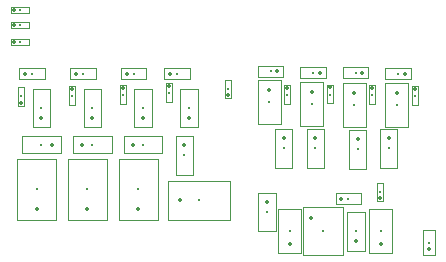
<source format=gbr>
%TF.GenerationSoftware,KiCad,Pcbnew,8.0.7*%
%TF.CreationDate,2025-01-05T20:36:38-05:00*%
%TF.ProjectId,tac5212_audio_board_single_ended,74616335-3231-4325-9f61-7564696f5f62,rev?*%
%TF.SameCoordinates,Original*%
%TF.FileFunction,Component,L4,Bot*%
%TF.FilePolarity,Positive*%
%FSLAX46Y46*%
G04 Gerber Fmt 4.6, Leading zero omitted, Abs format (unit mm)*
G04 Created by KiCad (PCBNEW 8.0.7) date 2025-01-05 20:36:38*
%MOMM*%
%LPD*%
G01*
G04 APERTURE LIST*
%TA.AperFunction,ComponentMain*%
%ADD10C,0.300000*%
%TD*%
%TA.AperFunction,ComponentOutline,Courtyard*%
%ADD11C,0.100000*%
%TD*%
%TA.AperFunction,ComponentPin*%
%ADD12P,0.360000X4X0.000000*%
%TD*%
%TA.AperFunction,ComponentPin*%
%ADD13C,0.100000*%
%TD*%
%TA.AperFunction,ComponentOutline,Footprint*%
%ADD14C,0.100000*%
%TD*%
G04 APERTURE END LIST*
D10*
%TO.C,T\u005Cu002AC108*%
%TO.CFtp,C_0805_2012Metric_Pad1.18x1.45mm_HandSolder*%
%TO.CVal,10uF*%
%TO.CLbN,project_fp*%
%TO.CMnt,SMD*%
%TO.CRot,-90*%
X122134314Y-118437500D03*
D11*
X123109314Y-116562500D02*
X123109314Y-120312500D01*
X121159314Y-120312500D01*
X121159314Y-116562500D01*
X123109314Y-116562500D01*
D12*
%TO.P,T\u005Cu002AC108,1*%
X122134314Y-119475000D03*
D13*
%TO.P,T\u005Cu002AC108,2*%
X122134314Y-117400000D03*
%TD*%
D10*
%TO.C,C127*%
%TO.CFtp,C_0603_1608Metric_Pad1.08x0.95mm_HandSolder*%
%TO.CVal,10UF*%
%TO.CLbN,Capacitor_SMD*%
%TO.CMnt,SMD*%
%TO.CRot,90*%
X113900000Y-111400000D03*
D11*
X114625000Y-109755000D02*
X114625000Y-113045000D01*
X113175000Y-113045000D01*
X113175000Y-109755000D01*
X114625000Y-109755000D01*
D12*
%TO.P,C127,1*%
X113900000Y-110537500D03*
D13*
%TO.P,C127,2*%
X113900000Y-112262500D03*
%TD*%
D10*
%TO.C,OP2*%
%TO.CFtp,jumper_slice_via*%
%TO.CVal,Jump Filter*%
%TO.CLbN,project_fp*%
%TO.CMnt,TH*%
%TO.CRot,90*%
X100300000Y-106925000D03*
D14*
X100050000Y-106075000D02*
X100550000Y-106075000D01*
X100550000Y-107675000D01*
X100050000Y-107675000D01*
X100050000Y-106075000D01*
D12*
%TO.P,OP2,1,1*%
X100300000Y-106325000D03*
D13*
%TO.P,OP2,2,2*%
X100300000Y-107200000D03*
X100300000Y-107425000D03*
%TD*%
D10*
%TO.C,D111*%
%TO.CFtp,D_0402_1005Metric_Pad0.77x0.64mm_HandSolder*%
%TO.CVal,TPD1E1B04 - 0402 size*%
%TO.CLbN,project_fp*%
%TO.CMnt,SMD*%
%TO.CRot,180*%
X104900000Y-105100000D03*
D11*
X105995000Y-104635000D02*
X105995000Y-105565000D01*
X103805000Y-105565000D01*
X103805000Y-104635000D01*
X105995000Y-104635000D01*
D12*
%TO.P,D111,1,K*%
X104327500Y-105100000D03*
D13*
%TO.P,D111,2,K*%
X105472500Y-105100000D03*
%TD*%
D10*
%TO.C,R108*%
%TO.CFtp,R_0603_1608Metric_Pad1.05x0.95mm_HandSolder*%
%TO.CVal,100*%
%TO.CLbN,project_fp*%
%TO.CMnt,SMD*%
%TO.CRot,180*%
X97700000Y-111100000D03*
D11*
X99345000Y-110375000D02*
X99345000Y-111825000D01*
X96055000Y-111825000D01*
X96055000Y-110375000D01*
X99345000Y-110375000D01*
D12*
%TO.P,R108,1*%
X96825000Y-111100000D03*
D13*
%TO.P,R108,2*%
X98575000Y-111100000D03*
%TD*%
D10*
%TO.C,INP2*%
%TO.CFtp,jumper_slice_via*%
%TO.CVal,Jump Filter*%
%TO.CLbN,project_fp*%
%TO.CMnt,TH*%
%TO.CRot,90*%
X121400000Y-106935000D03*
D14*
X121150000Y-106085000D02*
X121650000Y-106085000D01*
X121650000Y-107685000D01*
X121150000Y-107685000D01*
X121150000Y-106085000D01*
D12*
%TO.P,INP2,1,1*%
X121400000Y-106335000D03*
D13*
%TO.P,INP2,2,2*%
X121400000Y-107210000D03*
X121400000Y-107435000D03*
%TD*%
D10*
%TO.C,T\u005Cu002AC109*%
%TO.CFtp,C_0603_1608Metric_Pad1.08x0.95mm_HandSolder*%
%TO.CVal,1uF*%
%TO.CLbN,Capacitor_SMD*%
%TO.CMnt,SMD*%
%TO.CRot,-90*%
X120034314Y-118437500D03*
D11*
X120759314Y-116792500D02*
X120759314Y-120082500D01*
X119309314Y-120082500D01*
X119309314Y-116792500D01*
X120759314Y-116792500D01*
D12*
%TO.P,T\u005Cu002AC109,1*%
X120034314Y-119300000D03*
D13*
%TO.P,T\u005Cu002AC109,2*%
X120034314Y-117575000D03*
%TD*%
D10*
%TO.C,C124*%
%TO.CFtp,C_0603_1608Metric_Pad1.08x0.95mm_HandSolder*%
%TO.CVal,10UF*%
%TO.CLbN,Capacitor_SMD*%
%TO.CMnt,SMD*%
%TO.CRot,90*%
X122800000Y-111400000D03*
D11*
X123525000Y-109755000D02*
X123525000Y-113045000D01*
X122075000Y-113045000D01*
X122075000Y-109755000D01*
X123525000Y-109755000D01*
D12*
%TO.P,C124,1*%
X122800000Y-110537500D03*
D13*
%TO.P,C124,2*%
X122800000Y-112262500D03*
%TD*%
D10*
%TO.C,GND108*%
%TO.CFtp,jumper_slice*%
%TO.CVal,BRIDGE*%
%TO.CLbN,project_fp*%
%TO.CMnt,SMD*%
%TO.CRot,-90*%
X109200000Y-106400000D03*
D14*
X109454000Y-107154000D02*
X108946000Y-107154000D01*
X108946000Y-105646000D01*
X109454000Y-105646000D01*
X109454000Y-107154000D01*
D12*
%TO.P,GND108,1,A*%
X109200000Y-106904000D03*
D13*
%TO.P,GND108,2,B*%
X109200000Y-105900000D03*
%TD*%
D10*
%TO.C,C125*%
%TO.CFtp,C_0603_1608Metric_Pad1.08x0.95mm_HandSolder*%
%TO.CVal,10UF*%
%TO.CLbN,Capacitor_SMD*%
%TO.CMnt,SMD*%
%TO.CRot,90*%
X120200000Y-111500000D03*
D11*
X120925000Y-109855000D02*
X120925000Y-113145000D01*
X119475000Y-113145000D01*
X119475000Y-109855000D01*
X120925000Y-109855000D01*
D12*
%TO.P,C125,1*%
X120200000Y-110637500D03*
D13*
%TO.P,C125,2*%
X120200000Y-112362500D03*
%TD*%
D10*
%TO.C,INM2*%
%TO.CFtp,jumper_slice_via*%
%TO.CVal,Jump Filter*%
%TO.CLbN,project_fp*%
%TO.CMnt,TH*%
%TO.CRot,90*%
X125000000Y-106982500D03*
D14*
X124750000Y-106132500D02*
X125250000Y-106132500D01*
X125250000Y-107732500D01*
X124750000Y-107732500D01*
X124750000Y-106132500D01*
D12*
%TO.P,INM2,1,1*%
X125000000Y-106382500D03*
D13*
%TO.P,INM2,2,2*%
X125000000Y-107257500D03*
X125000000Y-107482500D03*
%TD*%
D10*
%TO.C,C114*%
%TO.CFtp,CP_EIA-3528-21_Kemet-B_Pad1.50x2.35mm_HandSolder*%
%TO.CVal,47uF*%
%TO.CLbN,Capacitor_Tantalum_SMD*%
%TO.CMnt,SMD*%
%TO.CRot,-90*%
X93000000Y-114900000D03*
D11*
X94645000Y-112285000D02*
X94645000Y-117515000D01*
X91355000Y-117515000D01*
X91355000Y-112285000D01*
X94645000Y-112285000D01*
D12*
%TO.P,C114,1*%
X93000000Y-116525000D03*
D13*
%TO.P,C114,2*%
X93000000Y-113275000D03*
%TD*%
D10*
%TO.C,T\u005Cu002AC110*%
%TO.CFtp,C_0805_2012Metric_Pad1.18x1.45mm_HandSolder*%
%TO.CVal,10uF*%
%TO.CLbN,project_fp*%
%TO.CMnt,SMD*%
%TO.CRot,-90*%
X114434314Y-118437500D03*
D11*
X115409314Y-116562500D02*
X115409314Y-120312500D01*
X113459314Y-120312500D01*
X113459314Y-116562500D01*
X115409314Y-116562500D01*
D12*
%TO.P,T\u005Cu002AC110,1*%
X114434314Y-119475000D03*
D13*
%TO.P,T\u005Cu002AC110,2*%
X114434314Y-117400000D03*
%TD*%
D10*
%TO.C,OM2*%
%TO.CFtp,jumper_slice_via*%
%TO.CVal,Jump Filter*%
%TO.CLbN,project_fp*%
%TO.CMnt,TH*%
%TO.CRot,90*%
X104200000Y-106700000D03*
D14*
X103950000Y-105850000D02*
X104450000Y-105850000D01*
X104450000Y-107450000D01*
X103950000Y-107450000D01*
X103950000Y-105850000D01*
D12*
%TO.P,OM2,1,1*%
X104200000Y-106100000D03*
D13*
%TO.P,OM2,2,2*%
X104200000Y-106975000D03*
X104200000Y-107200000D03*
%TD*%
D10*
%TO.C,3V108*%
%TO.CFtp,jumper_slice_1mm*%
%TO.CVal,jumper*%
%TO.CLbN,project_fp*%
%TO.CMnt,SMD*%
%TO.CRot,-90*%
X126200000Y-119400000D03*
D14*
X126700000Y-120454000D02*
X125700000Y-120454000D01*
X125700000Y-118350000D01*
X126700000Y-118350000D01*
X126700000Y-120454000D01*
D12*
%TO.P,3V108,1,A*%
X126200000Y-119904000D03*
D13*
%TO.P,3V108,2,B*%
X126200000Y-118900000D03*
%TD*%
D10*
%TO.C,SDA108*%
%TO.CFtp,jumper_slice*%
%TO.CVal,jumper*%
%TO.CLbN,project_fp*%
%TO.CMnt,SMD*%
%TO.CRot,180*%
X91600000Y-102400000D03*
D14*
X90846000Y-102654000D02*
X90846000Y-102146000D01*
X92354000Y-102146000D01*
X92354000Y-102654000D01*
X90846000Y-102654000D01*
D12*
%TO.P,SDA108,1,A*%
X91096000Y-102400000D03*
D13*
%TO.P,SDA108,2,B*%
X92100000Y-102400000D03*
%TD*%
D10*
%TO.C,MCLK108*%
%TO.CFtp,jumper_slice_disconnected*%
%TO.CVal,jumper*%
%TO.CLbN,project_fp*%
%TO.CMnt,SMD*%
%TO.CRot,180*%
X91600000Y-99700000D03*
D14*
X90846000Y-99954000D02*
X90846000Y-99446000D01*
X92354000Y-99446000D01*
X92354000Y-99954000D01*
X90846000Y-99954000D01*
D12*
%TO.P,MCLK108,1,1*%
X91100000Y-99700000D03*
D13*
%TO.P,MCLK108,2,2*%
X92100000Y-99700000D03*
%TD*%
D10*
%TO.C,C122*%
%TO.CFtp,CP_EIA-3528-21_Kemet-B_Pad1.50x2.35mm_HandSolder*%
%TO.CVal,47uF*%
%TO.CLbN,Capacitor_Tantalum_SMD*%
%TO.CMnt,SMD*%
%TO.CRot,180*%
X106725001Y-115800000D03*
D11*
X109340001Y-114155000D02*
X109340001Y-117445000D01*
X104110001Y-117445000D01*
X104110001Y-114155000D01*
X109340001Y-114155000D01*
D12*
%TO.P,C122,1*%
X105100001Y-115800000D03*
D13*
%TO.P,C122,2*%
X108350001Y-115800000D03*
%TD*%
D10*
%TO.C,SCL108*%
%TO.CFtp,jumper_slice*%
%TO.CVal,jumper*%
%TO.CLbN,project_fp*%
%TO.CMnt,SMD*%
%TO.CRot,180*%
X91600000Y-101000000D03*
D14*
X90846000Y-101254000D02*
X90846000Y-100746000D01*
X92354000Y-100746000D01*
X92354000Y-101254000D01*
X90846000Y-101254000D01*
D12*
%TO.P,SCL108,1,A*%
X91096000Y-101000000D03*
D13*
%TO.P,SCL108,2,B*%
X92100000Y-101000000D03*
%TD*%
D10*
%TO.C,R109*%
%TO.CFtp,R_0603_1608Metric_Pad1.05x0.95mm_HandSolder*%
%TO.CVal,100*%
%TO.CLbN,project_fp*%
%TO.CMnt,SMD*%
%TO.CRot,0*%
X93400000Y-111100000D03*
D11*
X95045000Y-110375000D02*
X95045000Y-111825000D01*
X91755000Y-111825000D01*
X91755000Y-110375000D01*
X95045000Y-110375000D01*
D12*
%TO.P,R109,1*%
X94275000Y-111100000D03*
D13*
%TO.P,R109,2*%
X92525000Y-111100000D03*
%TD*%
D10*
%TO.C,D113*%
%TO.CFtp,D_0402_1005Metric_Pad0.77x0.64mm_HandSolder*%
%TO.CVal,TPD1E1B04 - 0402 size*%
%TO.CLbN,project_fp*%
%TO.CMnt,SMD*%
%TO.CRot,0*%
X120000000Y-105035000D03*
D11*
X121095000Y-104570000D02*
X121095000Y-105500000D01*
X118905000Y-105500000D01*
X118905000Y-104570000D01*
X121095000Y-104570000D01*
D12*
%TO.P,D113,1,K*%
X120572500Y-105035000D03*
D13*
%TO.P,D113,2,K*%
X119427500Y-105035000D03*
%TD*%
D10*
%TO.C,FB110*%
%TO.CFtp,C_0805_2012Metric_Pad1.18x1.45mm_HandSolder*%
%TO.CVal,BLM21A601S - BLM21AG601SH1*%
%TO.CLbN,project_fp*%
%TO.CMnt,SMD*%
%TO.CRot,90*%
X116300000Y-107662500D03*
D11*
X117275000Y-105787500D02*
X117275000Y-109537500D01*
X115325000Y-109537500D01*
X115325000Y-105787500D01*
X117275000Y-105787500D01*
D12*
%TO.P,FB110,1*%
X116300000Y-106625000D03*
D13*
%TO.P,FB110,2*%
X116300000Y-108700000D03*
%TD*%
D10*
%TO.C,FB111*%
%TO.CFtp,C_0805_2012Metric_Pad1.18x1.45mm_HandSolder*%
%TO.CVal,BLM21A601S - BLM21AG601SH1*%
%TO.CLbN,project_fp*%
%TO.CMnt,SMD*%
%TO.CRot,90*%
X112700000Y-107500000D03*
D11*
X113675000Y-105625000D02*
X113675000Y-109375000D01*
X111725000Y-109375000D01*
X111725000Y-105625000D01*
X113675000Y-105625000D01*
D12*
%TO.P,FB111,1*%
X112700000Y-106462500D03*
D13*
%TO.P,FB111,2*%
X112700000Y-108537500D03*
%TD*%
D10*
%TO.C,R111*%
%TO.CFtp,R_0603_1608Metric_Pad1.05x0.95mm_HandSolder*%
%TO.CVal,100*%
%TO.CLbN,project_fp*%
%TO.CMnt,SMD*%
%TO.CRot,180*%
X102000000Y-111100000D03*
D11*
X103645000Y-110375000D02*
X103645000Y-111825000D01*
X100355000Y-111825000D01*
X100355000Y-110375000D01*
X103645000Y-110375000D01*
D12*
%TO.P,R111,1*%
X101125000Y-111100000D03*
D13*
%TO.P,R111,2*%
X102875000Y-111100000D03*
%TD*%
D10*
%TO.C,D112*%
%TO.CFtp,D_0402_1005Metric_Pad0.77x0.64mm_HandSolder*%
%TO.CVal,TPD1E1B04 - 0402 size*%
%TO.CLbN,project_fp*%
%TO.CMnt,SMD*%
%TO.CRot,0*%
X123600000Y-105082500D03*
D11*
X124695000Y-104617500D02*
X124695000Y-105547500D01*
X122505000Y-105547500D01*
X122505000Y-104617500D01*
X124695000Y-104617500D01*
D12*
%TO.P,D112,1,K*%
X124172500Y-105082500D03*
D13*
%TO.P,D112,2,K*%
X123027500Y-105082500D03*
%TD*%
D10*
%TO.C,C123*%
%TO.CFtp,C_0603_1608Metric_Pad1.08x0.95mm_HandSolder*%
%TO.CVal,0.047uF*%
%TO.CLbN,Capacitor_SMD*%
%TO.CMnt,SMD*%
%TO.CRot,-90*%
X105900000Y-108000000D03*
D11*
X106625000Y-106355000D02*
X106625000Y-109645000D01*
X105175000Y-109645000D01*
X105175000Y-106355000D01*
X106625000Y-106355000D01*
D12*
%TO.P,C123,1*%
X105900000Y-108862500D03*
D13*
%TO.P,C123,2*%
X105900000Y-107137500D03*
%TD*%
D10*
%TO.C,U109*%
%TO.CFtp,SOT-23-5*%
%TO.CVal,3.3v LDO - TLV74133PDBVR*%
%TO.CLbN,project_fp*%
%TO.CMnt,SMD*%
%TO.CRot,90*%
X117211814Y-118415000D03*
D11*
X118906814Y-116370000D02*
X118906814Y-120460000D01*
X115516814Y-120460000D01*
X115516814Y-116370000D01*
X118906814Y-116370000D01*
D12*
%TO.P,U109,1,IN*%
X116261814Y-117277500D03*
D13*
%TO.P,U109,2,GND*%
X117211814Y-117277500D03*
%TO.P,U109,3,EN*%
X118161814Y-117277500D03*
%TO.P,U109,4,NC*%
X118161814Y-119552500D03*
%TO.P,U109,5,OUT*%
X116261814Y-119552500D03*
%TD*%
D10*
%TO.C,D108*%
%TO.CFtp,D_0402_1005Metric_Pad0.77x0.64mm_HandSolder*%
%TO.CVal,TPD1E1B04 - 0402 size*%
%TO.CLbN,project_fp*%
%TO.CMnt,SMD*%
%TO.CRot,180*%
X96900000Y-105100000D03*
D11*
X97995000Y-104635000D02*
X97995000Y-105565000D01*
X95805000Y-105565000D01*
X95805000Y-104635000D01*
X97995000Y-104635000D01*
D12*
%TO.P,D108,1,K*%
X96327500Y-105100000D03*
D13*
%TO.P,D108,2,K*%
X97472500Y-105100000D03*
%TD*%
D10*
%TO.C,C113*%
%TO.CFtp,C_0603_1608Metric_Pad1.08x0.95mm_HandSolder*%
%TO.CVal,0.047uF*%
%TO.CLbN,Capacitor_SMD*%
%TO.CMnt,SMD*%
%TO.CRot,-90*%
X97700000Y-108000000D03*
D11*
X98425000Y-106355000D02*
X98425000Y-109645000D01*
X96975000Y-109645000D01*
X96975000Y-106355000D01*
X98425000Y-106355000D01*
D12*
%TO.P,C113,1*%
X97700000Y-108862500D03*
D13*
%TO.P,C113,2*%
X97700000Y-107137500D03*
%TD*%
D10*
%TO.C,C126*%
%TO.CFtp,C_0603_1608Metric_Pad1.08x0.95mm_HandSolder*%
%TO.CVal,10UF*%
%TO.CLbN,Capacitor_SMD*%
%TO.CMnt,SMD*%
%TO.CRot,90*%
X116600000Y-111400000D03*
D11*
X117325000Y-109755000D02*
X117325000Y-113045000D01*
X115875000Y-113045000D01*
X115875000Y-109755000D01*
X117325000Y-109755000D01*
D12*
%TO.P,C126,1*%
X116600000Y-110537500D03*
D13*
%TO.P,C126,2*%
X116600000Y-112262500D03*
%TD*%
D10*
%TO.C,D110*%
%TO.CFtp,D_0402_1005Metric_Pad0.77x0.64mm_HandSolder*%
%TO.CVal,TPD1E1B04 - 0402 size*%
%TO.CLbN,project_fp*%
%TO.CMnt,SMD*%
%TO.CRot,180*%
X101200000Y-105100000D03*
D11*
X102295000Y-104635000D02*
X102295000Y-105565000D01*
X100105000Y-105565000D01*
X100105000Y-104635000D01*
X102295000Y-104635000D01*
D12*
%TO.P,D110,1,K*%
X100627500Y-105100000D03*
D13*
%TO.P,D110,2,K*%
X101772500Y-105100000D03*
%TD*%
D10*
%TO.C,C110*%
%TO.CFtp,CP_EIA-3528-21_Kemet-B_Pad1.50x2.35mm_HandSolder*%
%TO.CVal,47uF*%
%TO.CLbN,Capacitor_Tantalum_SMD*%
%TO.CMnt,SMD*%
%TO.CRot,-90*%
X97300000Y-114900000D03*
D11*
X98945000Y-112285000D02*
X98945000Y-117515000D01*
X95655000Y-117515000D01*
X95655000Y-112285000D01*
X98945000Y-112285000D01*
D12*
%TO.P,C110,1*%
X97300000Y-116525000D03*
D13*
%TO.P,C110,2*%
X97300000Y-113275000D03*
%TD*%
D10*
%TO.C,D109*%
%TO.CFtp,D_0402_1005Metric_Pad0.77x0.64mm_HandSolder*%
%TO.CVal,TPD1E1B04 - 0402 size*%
%TO.CLbN,project_fp*%
%TO.CMnt,SMD*%
%TO.CRot,180*%
X92600000Y-105100000D03*
D11*
X93695000Y-104635000D02*
X93695000Y-105565000D01*
X91505000Y-105565000D01*
X91505000Y-104635000D01*
X93695000Y-104635000D01*
D12*
%TO.P,D109,1,K*%
X92027500Y-105100000D03*
D13*
%TO.P,D109,2,K*%
X93172500Y-105100000D03*
%TD*%
D10*
%TO.C,R127*%
%TO.CFtp,R_0402_1005Metric_Pad0.72x0.64mm_HandSolder*%
%TO.CVal,0 Ohm*%
%TO.CLbN,Resistor_SMD*%
%TO.CMnt,SMD*%
%TO.CRot,180*%
X119400000Y-115700000D03*
D11*
X120495000Y-115235000D02*
X120495000Y-116165000D01*
X118305000Y-116165000D01*
X118305000Y-115235000D01*
X120495000Y-115235000D01*
D12*
%TO.P,R127,1*%
X118802500Y-115700000D03*
D13*
%TO.P,R127,2*%
X119997500Y-115700000D03*
%TD*%
D10*
%TO.C,C121*%
%TO.CFtp,C_0603_1608Metric_Pad1.08x0.95mm_HandSolder*%
%TO.CVal,0.047uF*%
%TO.CLbN,Capacitor_SMD*%
%TO.CMnt,SMD*%
%TO.CRot,-90*%
X102000000Y-108000000D03*
D11*
X102725000Y-106355000D02*
X102725000Y-109645000D01*
X101275000Y-109645000D01*
X101275000Y-106355000D01*
X102725000Y-106355000D01*
D12*
%TO.P,C121,1*%
X102000000Y-108862500D03*
D13*
%TO.P,C121,2*%
X102000000Y-107137500D03*
%TD*%
D10*
%TO.C,C120*%
%TO.CFtp,CP_EIA-3528-21_Kemet-B_Pad1.50x2.35mm_HandSolder*%
%TO.CVal,47uF*%
%TO.CLbN,Capacitor_Tantalum_SMD*%
%TO.CMnt,SMD*%
%TO.CRot,-90*%
X101600000Y-114900000D03*
D11*
X103245000Y-112285000D02*
X103245000Y-117515000D01*
X99955000Y-117515000D01*
X99955000Y-112285000D01*
X103245000Y-112285000D01*
D12*
%TO.P,C120,1*%
X101600000Y-116525000D03*
D13*
%TO.P,C120,2*%
X101600000Y-113275000D03*
%TD*%
D10*
%TO.C,D114*%
%TO.CFtp,D_0402_1005Metric_Pad0.77x0.64mm_HandSolder*%
%TO.CVal,TPD1E1B04 - 0402 size*%
%TO.CLbN,project_fp*%
%TO.CMnt,SMD*%
%TO.CRot,0*%
X116400000Y-105035000D03*
D11*
X117495000Y-104570000D02*
X117495000Y-105500000D01*
X115305000Y-105500000D01*
X115305000Y-104570000D01*
X117495000Y-104570000D01*
D12*
%TO.P,D114,1,K*%
X116972500Y-105035000D03*
D13*
%TO.P,D114,2,K*%
X115827500Y-105035000D03*
%TD*%
D10*
%TO.C,OP1*%
%TO.CFtp,jumper_slice_via*%
%TO.CVal,Jump Filter*%
%TO.CLbN,project_fp*%
%TO.CMnt,TH*%
%TO.CRot,90*%
X96000000Y-107000000D03*
D14*
X95750000Y-106150000D02*
X96250000Y-106150000D01*
X96250000Y-107750000D01*
X95750000Y-107750000D01*
X95750000Y-106150000D01*
D12*
%TO.P,OP1,1,1*%
X96000000Y-106400000D03*
D13*
%TO.P,OP1,2,2*%
X96000000Y-107275000D03*
X96000000Y-107500000D03*
%TD*%
D10*
%TO.C,R116*%
%TO.CFtp,R_0603_1608Metric_Pad1.05x0.95mm_HandSolder*%
%TO.CVal,100*%
%TO.CLbN,project_fp*%
%TO.CMnt,SMD*%
%TO.CRot,90*%
X105500000Y-112000000D03*
D11*
X106225000Y-110355000D02*
X106225000Y-113645000D01*
X104775000Y-113645000D01*
X104775000Y-110355000D01*
X106225000Y-110355000D01*
D12*
%TO.P,R116,1*%
X105500000Y-111125000D03*
D13*
%TO.P,R116,2*%
X105500000Y-112875000D03*
%TD*%
D10*
%TO.C,INM1*%
%TO.CFtp,jumper_slice_via*%
%TO.CVal,Jump Filter*%
%TO.CLbN,project_fp*%
%TO.CMnt,TH*%
%TO.CRot,90*%
X117800000Y-106862500D03*
D14*
X117550000Y-106012500D02*
X118050000Y-106012500D01*
X118050000Y-107612500D01*
X117550000Y-107612500D01*
X117550000Y-106012500D01*
D12*
%TO.P,INM1,1,1*%
X117800000Y-106262500D03*
D13*
%TO.P,INM1,2,2*%
X117800000Y-107137500D03*
X117800000Y-107362500D03*
%TD*%
D10*
%TO.C,FB109*%
%TO.CFtp,C_0805_2012Metric_Pad1.18x1.45mm_HandSolder*%
%TO.CVal,BLM21A601S - BLM21AG601SH1*%
%TO.CLbN,project_fp*%
%TO.CMnt,SMD*%
%TO.CRot,90*%
X119900000Y-107735000D03*
D11*
X120875000Y-105860000D02*
X120875000Y-109610000D01*
X118925000Y-109610000D01*
X118925000Y-105860000D01*
X120875000Y-105860000D01*
D12*
%TO.P,FB109,1*%
X119900000Y-106697500D03*
D13*
%TO.P,FB109,2*%
X119900000Y-108772500D03*
%TD*%
D10*
%TO.C,G119*%
%TO.CFtp,jumper_slice*%
%TO.CVal,jumper*%
%TO.CLbN,project_fp*%
%TO.CMnt,SMD*%
%TO.CRot,-90*%
X122100000Y-115100000D03*
D14*
X122354000Y-115854000D02*
X121846000Y-115854000D01*
X121846000Y-114346000D01*
X122354000Y-114346000D01*
X122354000Y-115854000D01*
D12*
%TO.P,G119,1,A*%
X122100000Y-115604000D03*
D13*
%TO.P,G119,2,B*%
X122100000Y-114600000D03*
%TD*%
D10*
%TO.C,FB108*%
%TO.CFtp,C_0805_2012Metric_Pad1.18x1.45mm_HandSolder*%
%TO.CVal,BLM21A601S - BLM21AG601SH1*%
%TO.CLbN,project_fp*%
%TO.CMnt,SMD*%
%TO.CRot,90*%
X123500000Y-107772500D03*
D11*
X124475000Y-105897500D02*
X124475000Y-109647500D01*
X122525000Y-109647500D01*
X122525000Y-105897500D01*
X124475000Y-105897500D01*
D12*
%TO.P,FB108,1*%
X123500000Y-106735000D03*
D13*
%TO.P,FB108,2*%
X123500000Y-108810000D03*
%TD*%
D10*
%TO.C,D115*%
%TO.CFtp,D_0402_1005Metric_Pad0.77x0.64mm_HandSolder*%
%TO.CVal,TPD1E1B04 - 0402 size*%
%TO.CLbN,project_fp*%
%TO.CMnt,SMD*%
%TO.CRot,0*%
X112800000Y-104900000D03*
D11*
X113895000Y-104435000D02*
X113895000Y-105365000D01*
X111705000Y-105365000D01*
X111705000Y-104435000D01*
X113895000Y-104435000D01*
D12*
%TO.P,D115,1,K*%
X113372500Y-104900000D03*
D13*
%TO.P,D115,2,K*%
X112227500Y-104900000D03*
%TD*%
D10*
%TO.C,C129*%
%TO.CFtp,C_0603_1608Metric_Pad1.08x0.95mm_HandSolder*%
%TO.CVal,1uF*%
%TO.CLbN,Capacitor_SMD*%
%TO.CMnt,SMD*%
%TO.CRot,90*%
X112500000Y-116800000D03*
D11*
X113225000Y-115155000D02*
X113225000Y-118445000D01*
X111775000Y-118445000D01*
X111775000Y-115155000D01*
X113225000Y-115155000D01*
D12*
%TO.P,C129,1*%
X112500000Y-115937499D03*
D13*
%TO.P,C129,2*%
X112500000Y-117662501D03*
%TD*%
D10*
%TO.C,OM1*%
%TO.CFtp,jumper_slice_via_alt_text*%
%TO.CVal,Jump Filter*%
%TO.CLbN,project_fp*%
%TO.CMnt,TH*%
%TO.CRot,-90*%
X91700000Y-107000000D03*
D14*
X91950000Y-107850000D02*
X91450000Y-107850000D01*
X91450000Y-106250000D01*
X91950000Y-106250000D01*
X91950000Y-107850000D01*
D12*
%TO.P,OM1,1,1*%
X91700000Y-107600000D03*
D13*
%TO.P,OM1,2,2*%
X91700000Y-106750000D03*
X91700000Y-106500000D03*
%TD*%
D10*
%TO.C,C117*%
%TO.CFtp,C_0603_1608Metric_Pad1.08x0.95mm_HandSolder*%
%TO.CVal,0.047uF*%
%TO.CLbN,Capacitor_SMD*%
%TO.CMnt,SMD*%
%TO.CRot,-90*%
X93400000Y-108000000D03*
D11*
X94125000Y-106355000D02*
X94125000Y-109645000D01*
X92675000Y-109645000D01*
X92675000Y-106355000D01*
X94125000Y-106355000D01*
D12*
%TO.P,C117,1*%
X93400000Y-108862500D03*
D13*
%TO.P,C117,2*%
X93400000Y-107137500D03*
%TD*%
D10*
%TO.C,INP1*%
%TO.CFtp,jumper_slice_via*%
%TO.CVal,Jump Filter*%
%TO.CLbN,project_fp*%
%TO.CMnt,TH*%
%TO.CRot,90*%
X114200000Y-106925000D03*
D14*
X113950000Y-106075000D02*
X114450000Y-106075000D01*
X114450000Y-107675000D01*
X113950000Y-107675000D01*
X113950000Y-106075000D01*
D12*
%TO.P,INP1,1,1*%
X114200000Y-106325000D03*
D13*
%TO.P,INP1,2,2*%
X114200000Y-107200000D03*
X114200000Y-107425000D03*
%TD*%
M02*

</source>
